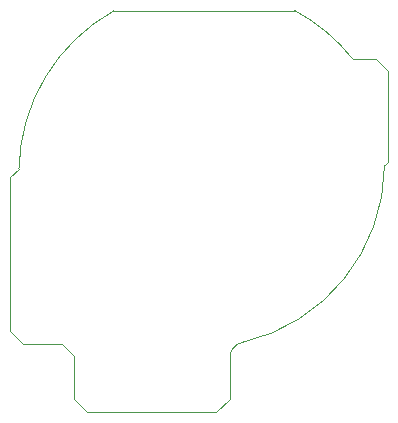
<source format=gbr>
%TF.GenerationSoftware,KiCad,Pcbnew,7.0.5*%
%TF.CreationDate,2023-08-28T18:40:14-04:00*%
%TF.ProjectId,StickLeft,53746963-6b4c-4656-9674-2e6b69636164,rev?*%
%TF.SameCoordinates,Original*%
%TF.FileFunction,Profile,NP*%
%FSLAX46Y46*%
G04 Gerber Fmt 4.6, Leading zero omitted, Abs format (unit mm)*
G04 Created by KiCad (PCBNEW 7.0.5) date 2023-08-28 18:40:14*
%MOMM*%
%LPD*%
G01*
G04 APERTURE LIST*
%TA.AperFunction,Profile*%
%ADD10C,0.120000*%
%TD*%
G04 APERTURE END LIST*
D10*
%TO.C,U1*%
X158860000Y-102142000D02*
X158556881Y-102436451D01*
X158860000Y-94442000D02*
X158860000Y-102142000D01*
X157857327Y-93442000D02*
X158860000Y-94442000D01*
X155862672Y-93442000D02*
X157857327Y-93442000D01*
X145460000Y-122242000D02*
X145475434Y-118724363D01*
X144260000Y-123342000D02*
X145460000Y-122242000D01*
X135660000Y-89342000D02*
X150960000Y-89342000D01*
X133360000Y-123342000D02*
X144260000Y-123342000D01*
X132260000Y-122242000D02*
X133360000Y-123342000D01*
X132260000Y-118542000D02*
X132260000Y-122242000D01*
X131260000Y-117542000D02*
X132260000Y-118542000D01*
X131260000Y-117542000D02*
X127960000Y-117542000D01*
X127960000Y-117542000D02*
X126860000Y-116442000D01*
X126860000Y-116442000D02*
X126860000Y-103442000D01*
X126860000Y-103442000D02*
X127600867Y-102737232D01*
X146476180Y-117441454D02*
G75*
G03*
X158556881Y-102436451I-3403116J15105545D01*
G01*
X155859999Y-93442000D02*
G75*
G03*
X150960305Y-89341434I-12200003J-9600004D01*
G01*
X146476180Y-117441456D02*
G75*
G03*
X145475435Y-118724363I289397J-1257522D01*
G01*
X135660000Y-89342001D02*
G75*
G03*
X127600868Y-102737232I7599999J-13694450D01*
G01*
%TD*%
M02*

</source>
